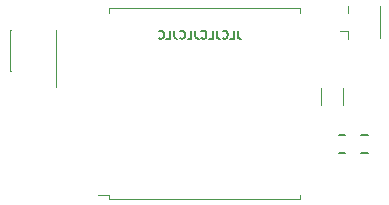
<source format=gbr>
%TF.GenerationSoftware,KiCad,Pcbnew,7.0.8*%
%TF.CreationDate,2023-11-19T15:13:28+01:00*%
%TF.ProjectId,AetherPhylax,41657468-6572-4506-9879-6c61782e6b69,rev?*%
%TF.SameCoordinates,Original*%
%TF.FileFunction,Legend,Bot*%
%TF.FilePolarity,Positive*%
%FSLAX46Y46*%
G04 Gerber Fmt 4.6, Leading zero omitted, Abs format (unit mm)*
G04 Created by KiCad (PCBNEW 7.0.8) date 2023-11-19 15:13:28*
%MOMM*%
%LPD*%
G01*
G04 APERTURE LIST*
%ADD10C,0.150000*%
%ADD11C,0.120000*%
G04 APERTURE END LIST*
D10*
X155984649Y-72156533D02*
X155984649Y-72656533D01*
X155984649Y-72656533D02*
X156017982Y-72756533D01*
X156017982Y-72756533D02*
X156084649Y-72823200D01*
X156084649Y-72823200D02*
X156184649Y-72856533D01*
X156184649Y-72856533D02*
X156251316Y-72856533D01*
X155317983Y-72856533D02*
X155651316Y-72856533D01*
X155651316Y-72856533D02*
X155651316Y-72156533D01*
X154684649Y-72789866D02*
X154717982Y-72823200D01*
X154717982Y-72823200D02*
X154817982Y-72856533D01*
X154817982Y-72856533D02*
X154884649Y-72856533D01*
X154884649Y-72856533D02*
X154984649Y-72823200D01*
X154984649Y-72823200D02*
X155051316Y-72756533D01*
X155051316Y-72756533D02*
X155084649Y-72689866D01*
X155084649Y-72689866D02*
X155117982Y-72556533D01*
X155117982Y-72556533D02*
X155117982Y-72456533D01*
X155117982Y-72456533D02*
X155084649Y-72323200D01*
X155084649Y-72323200D02*
X155051316Y-72256533D01*
X155051316Y-72256533D02*
X154984649Y-72189866D01*
X154984649Y-72189866D02*
X154884649Y-72156533D01*
X154884649Y-72156533D02*
X154817982Y-72156533D01*
X154817982Y-72156533D02*
X154717982Y-72189866D01*
X154717982Y-72189866D02*
X154684649Y-72223200D01*
X154184649Y-72156533D02*
X154184649Y-72656533D01*
X154184649Y-72656533D02*
X154217982Y-72756533D01*
X154217982Y-72756533D02*
X154284649Y-72823200D01*
X154284649Y-72823200D02*
X154384649Y-72856533D01*
X154384649Y-72856533D02*
X154451316Y-72856533D01*
X153517983Y-72856533D02*
X153851316Y-72856533D01*
X153851316Y-72856533D02*
X153851316Y-72156533D01*
X152884649Y-72789866D02*
X152917982Y-72823200D01*
X152917982Y-72823200D02*
X153017982Y-72856533D01*
X153017982Y-72856533D02*
X153084649Y-72856533D01*
X153084649Y-72856533D02*
X153184649Y-72823200D01*
X153184649Y-72823200D02*
X153251316Y-72756533D01*
X153251316Y-72756533D02*
X153284649Y-72689866D01*
X153284649Y-72689866D02*
X153317982Y-72556533D01*
X153317982Y-72556533D02*
X153317982Y-72456533D01*
X153317982Y-72456533D02*
X153284649Y-72323200D01*
X153284649Y-72323200D02*
X153251316Y-72256533D01*
X153251316Y-72256533D02*
X153184649Y-72189866D01*
X153184649Y-72189866D02*
X153084649Y-72156533D01*
X153084649Y-72156533D02*
X153017982Y-72156533D01*
X153017982Y-72156533D02*
X152917982Y-72189866D01*
X152917982Y-72189866D02*
X152884649Y-72223200D01*
X152384649Y-72156533D02*
X152384649Y-72656533D01*
X152384649Y-72656533D02*
X152417982Y-72756533D01*
X152417982Y-72756533D02*
X152484649Y-72823200D01*
X152484649Y-72823200D02*
X152584649Y-72856533D01*
X152584649Y-72856533D02*
X152651316Y-72856533D01*
X151717983Y-72856533D02*
X152051316Y-72856533D01*
X152051316Y-72856533D02*
X152051316Y-72156533D01*
X151084649Y-72789866D02*
X151117982Y-72823200D01*
X151117982Y-72823200D02*
X151217982Y-72856533D01*
X151217982Y-72856533D02*
X151284649Y-72856533D01*
X151284649Y-72856533D02*
X151384649Y-72823200D01*
X151384649Y-72823200D02*
X151451316Y-72756533D01*
X151451316Y-72756533D02*
X151484649Y-72689866D01*
X151484649Y-72689866D02*
X151517982Y-72556533D01*
X151517982Y-72556533D02*
X151517982Y-72456533D01*
X151517982Y-72456533D02*
X151484649Y-72323200D01*
X151484649Y-72323200D02*
X151451316Y-72256533D01*
X151451316Y-72256533D02*
X151384649Y-72189866D01*
X151384649Y-72189866D02*
X151284649Y-72156533D01*
X151284649Y-72156533D02*
X151217982Y-72156533D01*
X151217982Y-72156533D02*
X151117982Y-72189866D01*
X151117982Y-72189866D02*
X151084649Y-72223200D01*
X150584649Y-72156533D02*
X150584649Y-72656533D01*
X150584649Y-72656533D02*
X150617982Y-72756533D01*
X150617982Y-72756533D02*
X150684649Y-72823200D01*
X150684649Y-72823200D02*
X150784649Y-72856533D01*
X150784649Y-72856533D02*
X150851316Y-72856533D01*
X149917983Y-72856533D02*
X150251316Y-72856533D01*
X150251316Y-72856533D02*
X150251316Y-72156533D01*
X149284649Y-72789866D02*
X149317982Y-72823200D01*
X149317982Y-72823200D02*
X149417982Y-72856533D01*
X149417982Y-72856533D02*
X149484649Y-72856533D01*
X149484649Y-72856533D02*
X149584649Y-72823200D01*
X149584649Y-72823200D02*
X149651316Y-72756533D01*
X149651316Y-72756533D02*
X149684649Y-72689866D01*
X149684649Y-72689866D02*
X149717982Y-72556533D01*
X149717982Y-72556533D02*
X149717982Y-72456533D01*
X149717982Y-72456533D02*
X149684649Y-72323200D01*
X149684649Y-72323200D02*
X149651316Y-72256533D01*
X149651316Y-72256533D02*
X149584649Y-72189866D01*
X149584649Y-72189866D02*
X149484649Y-72156533D01*
X149484649Y-72156533D02*
X149417982Y-72156533D01*
X149417982Y-72156533D02*
X149317982Y-72189866D01*
X149317982Y-72189866D02*
X149284649Y-72223200D01*
D11*
%TO.C,ANT1*%
X165265000Y-70050000D02*
X165265000Y-70690000D01*
X165265000Y-72210000D02*
X164635000Y-72210000D01*
X165265000Y-72850000D02*
X165265000Y-72210000D01*
X167985000Y-72800000D02*
X167985000Y-70100000D01*
%TO.C,C4*%
X163040000Y-78461252D02*
X163040000Y-77038748D01*
X164860000Y-78461252D02*
X164860000Y-77038748D01*
%TO.C,U4*%
X145050000Y-70250000D02*
X161250000Y-70250000D01*
X145050000Y-70650000D02*
X145050000Y-70250000D01*
X145050000Y-86100000D02*
X144150000Y-86100000D01*
X145050000Y-86450000D02*
X145050000Y-86100000D01*
X145050000Y-86450000D02*
X161250000Y-86450000D01*
X161250000Y-70250000D02*
X161250000Y-70650000D01*
X161250000Y-86450000D02*
X161250000Y-86050000D01*
D10*
%TO.C,JP2*%
X166961252Y-82485000D02*
X166438748Y-82485000D01*
X166961252Y-81020000D02*
X166438748Y-81020000D01*
X165061252Y-82490000D02*
X164538748Y-82490000D01*
X165061252Y-81020000D02*
X164538748Y-81020000D01*
D11*
%TO.C,DEBUG1*%
X140550000Y-76940000D02*
X140550000Y-75615000D01*
X136685000Y-75615000D02*
X136685000Y-72085000D01*
X136750000Y-75615000D02*
X136685000Y-75615000D01*
X140615000Y-75615000D02*
X140550000Y-75615000D01*
X140615000Y-75615000D02*
X140615000Y-72085000D01*
X136750000Y-72085000D02*
X136685000Y-72085000D01*
X140615000Y-72085000D02*
X140550000Y-72085000D01*
%TD*%
M02*

</source>
